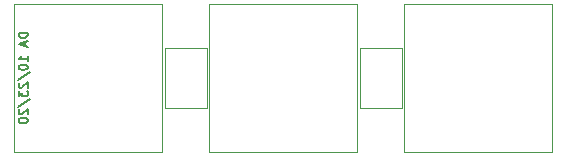
<source format=gbr>
G04 #@! TF.GenerationSoftware,KiCad,Pcbnew,(5.1.4)-1*
G04 #@! TF.CreationDate,2020-10-23T12:06:06-10:00*
G04 #@! TF.ProjectId,SkateLightLEDBoard,536b6174-654c-4696-9768-744c4544426f,rev?*
G04 #@! TF.SameCoordinates,Original*
G04 #@! TF.FileFunction,Legend,Bot*
G04 #@! TF.FilePolarity,Positive*
%FSLAX46Y46*%
G04 Gerber Fmt 4.6, Leading zero omitted, Abs format (unit mm)*
G04 Created by KiCad (PCBNEW (5.1.4)-1) date 2020-10-23 12:06:06*
%MOMM*%
%LPD*%
G04 APERTURE LIST*
%ADD10C,0.127000*%
%ADD11C,0.120000*%
G04 APERTURE END LIST*
D10*
X-21626285Y3791857D02*
X-22388285Y3791857D01*
X-22388285Y3610428D01*
X-22352000Y3501571D01*
X-22279428Y3429000D01*
X-22206857Y3392714D01*
X-22061714Y3356428D01*
X-21952857Y3356428D01*
X-21807714Y3392714D01*
X-21735142Y3429000D01*
X-21662571Y3501571D01*
X-21626285Y3610428D01*
X-21626285Y3791857D01*
X-21844000Y3066142D02*
X-21844000Y2703285D01*
X-21626285Y3138714D02*
X-22388285Y2884714D01*
X-21626285Y2630714D01*
X-21626285Y1397000D02*
X-21626285Y1832428D01*
X-21626285Y1614714D02*
X-22388285Y1614714D01*
X-22279428Y1687285D01*
X-22206857Y1759857D01*
X-22170571Y1832428D01*
X-22388285Y925285D02*
X-22388285Y852714D01*
X-22352000Y780142D01*
X-22315714Y743857D01*
X-22243142Y707571D01*
X-22098000Y671285D01*
X-21916571Y671285D01*
X-21771428Y707571D01*
X-21698857Y743857D01*
X-21662571Y780142D01*
X-21626285Y852714D01*
X-21626285Y925285D01*
X-21662571Y997857D01*
X-21698857Y1034142D01*
X-21771428Y1070428D01*
X-21916571Y1106714D01*
X-22098000Y1106714D01*
X-22243142Y1070428D01*
X-22315714Y1034142D01*
X-22352000Y997857D01*
X-22388285Y925285D01*
X-22424571Y-199571D02*
X-21444857Y453571D01*
X-22315714Y-417285D02*
X-22352000Y-453571D01*
X-22388285Y-526142D01*
X-22388285Y-707571D01*
X-22352000Y-780142D01*
X-22315714Y-816428D01*
X-22243142Y-852714D01*
X-22170571Y-852714D01*
X-22061714Y-816428D01*
X-21626285Y-381000D01*
X-21626285Y-852714D01*
X-22388285Y-1106714D02*
X-22388285Y-1578428D01*
X-22098000Y-1324428D01*
X-22098000Y-1433285D01*
X-22061714Y-1505857D01*
X-22025428Y-1542142D01*
X-21952857Y-1578428D01*
X-21771428Y-1578428D01*
X-21698857Y-1542142D01*
X-21662571Y-1505857D01*
X-21626285Y-1433285D01*
X-21626285Y-1215571D01*
X-21662571Y-1143000D01*
X-21698857Y-1106714D01*
X-22424571Y-2449285D02*
X-21444857Y-1796142D01*
X-22315714Y-2667000D02*
X-22352000Y-2703285D01*
X-22388285Y-2775857D01*
X-22388285Y-2957285D01*
X-22352000Y-3029857D01*
X-22315714Y-3066142D01*
X-22243142Y-3102428D01*
X-22170571Y-3102428D01*
X-22061714Y-3066142D01*
X-21626285Y-2630714D01*
X-21626285Y-3102428D01*
X-22388285Y-3574142D02*
X-22388285Y-3646714D01*
X-22352000Y-3719285D01*
X-22315714Y-3755571D01*
X-22243142Y-3791857D01*
X-22098000Y-3828142D01*
X-21916571Y-3828142D01*
X-21771428Y-3791857D01*
X-21698857Y-3755571D01*
X-21662571Y-3719285D01*
X-21626285Y-3646714D01*
X-21626285Y-3574142D01*
X-21662571Y-3501571D01*
X-21698857Y-3465285D01*
X-21771428Y-3429000D01*
X-21916571Y-3392714D01*
X-22098000Y-3392714D01*
X-22243142Y-3429000D01*
X-22315714Y-3465285D01*
X-22352000Y-3501571D01*
X-22388285Y-3574142D01*
D11*
X22760000Y-6250000D02*
X10260000Y-6250000D01*
X10260000Y-6250000D02*
X10260000Y6250000D01*
X10260000Y6250000D02*
X22760000Y6250000D01*
X22760000Y6250000D02*
X22760000Y-6250000D01*
X-10260000Y6250000D02*
X-10260000Y-6250000D01*
X-22760000Y6250000D02*
X-10260000Y6250000D01*
X-22760000Y-6250000D02*
X-22760000Y6250000D01*
X-10260000Y-6250000D02*
X-22760000Y-6250000D01*
X6250000Y-6250000D02*
X-6250000Y-6250000D01*
X6250000Y6250000D02*
X6250000Y-6250000D01*
X-6250000Y6250000D02*
X6250000Y6250000D01*
X-6250000Y-6250000D02*
X-6250000Y6250000D01*
X10033000Y-2540000D02*
X10033000Y2540000D01*
X6477000Y-2540000D02*
X10033000Y-2540000D01*
X6477000Y2540000D02*
X6477000Y-2540000D01*
X10033000Y2540000D02*
X6477000Y2540000D01*
X-6477000Y-2540000D02*
X-6477000Y2540000D01*
X-10033000Y-2540000D02*
X-6477000Y-2540000D01*
X-10033000Y2540000D02*
X-10033000Y-2540000D01*
X-6477000Y2540000D02*
X-10033000Y2540000D01*
M02*

</source>
